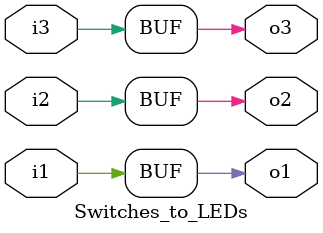
<source format=v>
module Switches_to_LEDs (
    input i1,
    input i2,
    input i3,
    output o1,
    output o2,
    output o3
);
assign o1 = i1;
assign o2 = i2;
assign o3 = i3;    
endmodule
</source>
